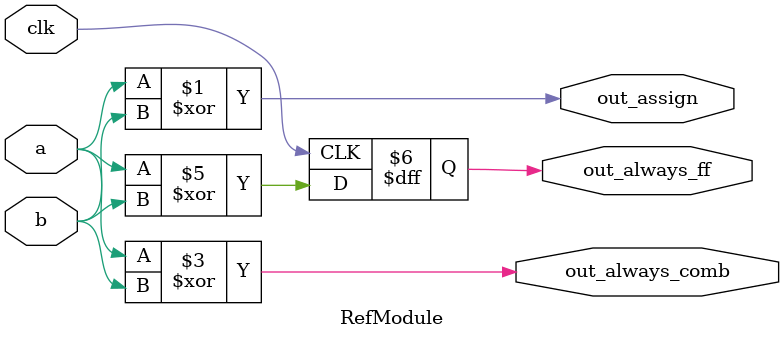
<source format=sv>

module RefModule (
  input clk,
  input a,
  input b,
  output out_assign,
  output wire out_always_comb,
  output reg out_always_ff
);

  assign out_assign = a ^ b;
  always @(*) out_always_comb = a ^ b;
  always @(posedge clk) out_always_ff <= a ^ b;

endmodule


</source>
